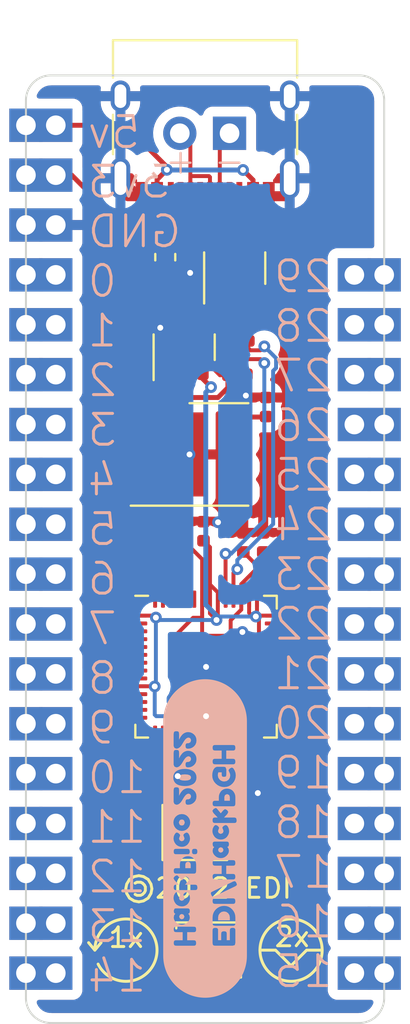
<source format=kicad_pcb>
(kicad_pcb (version 20211014) (generator pcbnew)
  (layers (0 "F.Cu" signal) (31 "B.Cu" signal) (34 "B.Paste" user) (35 "F.Paste" user) (36 "B.SilkS" user "B.Silkscreen") (37 "F.SilkS" user "F.Silkscreen") (38 "B.Mask" user) (39 "F.Mask" user) (44 "Edge.Cuts" user))
  (net 0 "")
  (net 1 "+1V1")
  (net 2 "GND")
  (net 3 "+3V3")
  (net 4 "VBUS")
  (net 5 "XOUT1")
  (net 6 "XIN")
  (net 7 "vUSB")
  (net 8 "D+")
  (net 9 "D-")
  (net 10 "DB+")
  (net 11 "DR+")
  (net 12 "DB-")
  (net 13 "DR-")
  (net 14 "CS")
  (net 15 "~{RESET}")
  (net 16 "XOUT")
  (net 17 "0")
  (net 18 "1")
  (net 19 "2")
  (net 20 "3")
  (net 21 "4")
  (net 22 "5")
  (net 23 "6")
  (net 24 "7")
  (net 25 "8")
  (net 26 "9")
  (net 27 "10")
  (net 28 "11")
  (net 29 "12")
  (net 30 "13")
  (net 31 "14")
  (net 32 "15")
  (net 35 "16")
  (net 36 "17")
  (net 37 "18")
  (net 38 "19")
  (net 39 "20")
  (net 40 "21")
  (net 41 "22")
  (net 42 "23")
  (net 43 "24")
  (net 44 "25")
  (net 45 "26{slash}A0")
  (net 46 "27{slash}A1")
  (net 47 "28{slash}A2")
  (net 48 "29{slash}A3")
  (net 49 "SD3")
  (net 50 "CLOCK")
  (net 51 "SD0")
  (net 52 "SD2")
  (net 53 "SD1")
  (net 54 "Net-(J0-PadB5)")
  (net 56 "Net-(J0-PadA5)")
  (footprint "EDI:CastellatedEdges-15" (layer "F.Cu") (at 121.92 114.3 180)
    (fp_text reference "J2" hide)
    (fp_text value "Block 1 GPIO")
  )
  (footprint "Connector_USB:USB_C_Receptacle_HRO_TYPE-C-31-M-12" (layer "F.Cu") (at 114.3 70.689 180)
    (fp_text reference "J0" hide)
    (fp_text value "USB")
  )
  (footprint "EDI:Passive_0402_1005Metric" (layer "F.Cu") (at 109.66525 85.471 -90)
    (fp_text reference "RF0" hide)
    (fp_text value "1k")
  )
  (footprint "EDI:Passive_0402_1005Metric" (layer "F.Cu") (at 115.4295 104.5985 -90)
    (fp_text reference "C6" hide)
    (fp_text value "100nF")
  )
  (footprint "EDI:Passive_0402_1005Metric" (layer "F.Cu") (at 112.4712 79.87)
    (fp_text reference "CP0" hide)
    (fp_text value "1uf")
  )
  (footprint "EDI:Passive_0402_1005Metric" (layer "F.Cu") (at 116.252 92.3645 90)
    (fp_text reference "C0" hide)
    (fp_text value "1uf")
  )
  (footprint "EDI:Passive_0402_1005Metric" (layer "F.Cu") (at 118.284 92.3645 90)
    (fp_text reference "C9" hide)
    (fp_text value "100nF")
  )
  (footprint "EDI:Passive_0402_1005Metric" (layer "F.Cu") (at 117.41225 85.471 90)
    (fp_text reference "CF0" hide)
    (fp_text value "100nF")
  )
  (footprint "EDI:Passive_0402_1005Metric" (layer "F.Cu") (at 117.9695 104.0905 180)
    (fp_text reference "RR0" hide)
    (fp_text value "1k")
  )
  (footprint "EDI:Passive_0402_1005Metric" (layer "F.Cu") (at 114.22 91.793 90)
    (fp_text reference "C3" hide)
    (fp_text value "100nF")
  )
  (footprint "EDI:Passive_0402_1005Metric" (layer "F.Cu") (at 117.268 92.3645 90)
    (fp_text reference "C10" hide)
    (fp_text value "1uf")
  )
  (footprint "EDI:Passive_0402_1005Metric" (layer "F.Cu") (at 114.4135 104.5985 -90)
    (fp_text reference "RX0" hide)
    (fp_text value "1k")
  )
  (footprint "EDI:CastellatedEdges-18" (layer "F.Cu") (at 106.68 71.12)
    (fp_text reference "J1" hide)
    (fp_text value "Block 0 GPIO")
  )
  (footprint "EDI:Passive_0402_1005Metric" (layer "F.Cu") (at 116.5113 81.61505 -90)
    (fp_text reference "RD1" hide)
    (fp_text value "27.4")
  )
  (footprint "EDI:Passive_0402_1005Metric" (layer "F.Cu") (at 115.951 83.828)
    (fp_text reference "CP1" hide)
    (fp_text value "1uf")
  )
  (footprint "EDI:Passive_0402_1005Metric" (layer "F.Cu") (at 118.9995 95.2415 90)
    (fp_text reference "C8" hide)
    (fp_text value "100nF")
  )
  (footprint "EDI:Passive_0402_1005Metric" (layer "F.Cu") (at 108.8995 99.7215 180)
    (fp_text reference "C5" hide)
    (fp_text value "100nF")
  )
  (footprint "EDI:Passive_0402_1005Metric" (layer "F.Cu") (at 118.048 77.278 -90)
    (fp_text reference "RC0" hide)
    (fp_text value "5k1")
  )
  (footprint "Package_SON:WSON-8-1EP_6x5mm_P1.27mm_EP3.4x4.3mm" (layer "F.Cu") (at 113.507 87.884)
    (fp_text reference "U2" hide)
    (fp_text value "W25Q128JVS")
  )
  (footprint "Crystal:Crystal_SMD_2520-4Pin_2.5x2.0mm" (layer "F.Cu") (at 113.7785 107.1385)
    (fp_text reference "Y0" hide)
    (fp_text value "2TJ412000NYGBC 12MHz")
  )
  (footprint "EDI:Passive_0402_1005Metric" (layer "F.Cu") (at 109.6995 95.2315 90)
    (fp_text reference "C4" hide)
    (fp_text value "100nF")
  )
  (footprint "Package_TO_SOT_SMD:SOT-23" (layer "F.Cu") (at 113.2332 82.423 90)
    (fp_text reference "U1" hide)
    (fp_text value "LDO-3.3")
  )
  (footprint "EDI:Passive_0402_1005Metric" (layer "F.Cu") (at 113.5776 77.278 90)
    (fp_text reference "RC1" hide)
    (fp_text value "5k1")
  )
  (footprint "Button_Switch_SMD:SW_SPST_B3U-1000P" (layer "F.Cu") (at 114.48 113.12)
    (fp_text reference "S1" hide)
    (fp_text value "RESET")
  )
  (footprint "EDI:Passive_0402_1005Metric" (layer "F.Cu") (at 116.0645 106.6305 -90)
    (fp_text reference "CX0" hide)
    (fp_text value "13pf")
  )
  (footprint "EDI:Passive_0402_1005Metric" (layer "F.Cu") (at 116.4455 104.5985 -90)
    (fp_text reference "C2" hide)
    (fp_text value "100nF")
  )
  (footprint "EDI:Passive_0402_1005Metric" (layer "F.Cu") (at 115.4953 81.61505 -90)
    (fp_text reference "RD0" hide)
    (fp_text value "27.4")
  )
  (footprint "Package_TO_SOT_SMD:SOT-23-6" (layer "F.Cu") (at 115.8128 78.3956 90)
    (fp_text reference "U3" hide)
    (fp_text value "USBLC6-2SC6")
  )
  (footprint "Fuse:Fuse_0603_1608Metric" (layer "F.Cu") (at 112.268 77.838 -90)
    (fp_text reference "F0" hide)
    (fp_text value "6v 500ma")
  )
  (footprint "EDI:Passive_0402_1005Metric" (layer "F.Cu") (at 113.204 91.793 90)
    (fp_text reference "C1" hide)
    (fp_text value "100nF")
  )
  (footprint "EDI:Passive_0402_1005Metric" (layer "F.Cu") (at 119.7295 99.7215)
    (fp_text reference "C7" hide)
    (fp_text value "100nF")
  )
  (footprint "EDI:Passive_0402_1005Metric" (layer "F.Cu") (at 111.4925 106.6305 -90)
    (fp_text reference "CX1" hide)
    (fp_text value "13pf")
  )
  (footprint "EDI:RP2040" (layer "F.Cu") (at 114.35 98.693)
    (fp_text reference "U0" hide)
    (fp_text value "RP2040")
  )
  (footprint "Connector_PinSocket_2.54mm:PinSocket_1x02_P2.54mm_Vertical" (layer "B.Cu") (at 115.55 71.528 90)
    (fp_text reference "J3" hide)
    (fp_text value "USB 4-Link")
  )
  (footprint "kibuzzard-62CCA507" (layer "B.Cu") (at 114.3 107.442 90)
    (fp_text reference "kibuzzard-62CCA507" hide)
    (fp_text value "G***" hide)
  )
  (gr_line (start 119.48375 113.13) (end 120.2775 113.13) (layer "F.SilkS") (width 0.15))
  (gr_line (start 117.1025 113.13) (end 117.89625 113.13) (layer "F.SilkS") (width 0.15))
  (gr_line (start 118.69 113.92375) (end 119.48375 113.13) (layer "F.SilkS") (width 0.15))
  (gr_line (start 117.89625 113.13) (end 118.69 113.92375) (layer "F.SilkS") (width 0.15))
  (gr_circle (center 118.69 113.13) (end 118.69 111.5425) (layer "F.SilkS") (width 0.15) (fill none))
  (gr_arc (start 108.6725 113.13) (mid 111.805033 112.765267) (end 108.840097 113.839952) (layer "F.SilkS") (width 0.15))
  (gr_line (start 108.355 112.749) (end 108.6725 113.13) (layer "F.SilkS") (width 0.15))
  (gr_line (start 108.6725 113.13) (end 108.99 112.749) (layer "F.SilkS") (width 0.15))
  (gr_line (start 105.156 115.570001) (end 105.156 69.850001) (layer "Edge.Cuts") (width 0.1))
  (gr_arc (start 106.426 116.840001) (mid 105.527974 116.468027) (end 105.156 115.570001) (layer "Edge.Cuts") (width 0.1))
  (gr_line (start 106.426 116.840001) (end 122.174 116.840001) (layer "Edge.Cuts") (width 0.1))
  (gr_arc (start 123.444 115.570001) (mid 123.072026 116.468027) (end 122.174 116.840001) (layer "Edge.Cuts") (width 0.1))
  (gr_line (start 123.444 69.850001) (end 123.444 115.570001) (layer "Edge.Cuts") (width 0.1))
  (gr_line (start 122.174 68.580001) (end 106.426 68.580001) (layer "Edge.Cuts") (width 0.1))
  (gr_arc (start 105.156 69.850001) (mid 105.527974 68.951975) (end 106.426 68.580001) (layer "Edge.Cuts") (width 0.1))
  (gr_arc (start 122.174 68.580001) (mid 123.072026 68.951975) (end 123.444 69.850001) (layer "Edge.Cuts") (width 0.1))
  (gr_text "5v\n3v3\nGND\n0\n1\n2\n3\n4\n5\n6\n7\n8\n9\n10\n11\n12\n13\n14" (at 108.204 92.964) (layer "B.SilkS") (effects (font (size 1.57 1.57) (thickness 0.153)) (justify right mirror)))
  (gr_text "29\n28\n27\n26\n25\n24\n23\n22\n21\n20\n19\n18\n17\n16\n15" (at 120.904 96.52) (layer "B.SilkS") (effects (font (size 1.57 1.57) (thickness 0.153)) (justify left mirror)))
  (gr_text "2022 EDI" (at 115.236954 109.982) (layer "F.SilkS") (effects (font (size 1 1))))
  (gr_text "1x" (at 110.27 112.49) (layer "F.SilkS") (effects (font (size 1 1) (thickness 0.153))))
  (gr_text "©" (at 110.918954 109.982 180) (layer "F.SilkS") (effects (font (size 1 1))))
  (gr_text "2x" (at 118.74 112.45) (layer "F.SilkS") (effects (font (size 1 1))))
  (segment (start 116.87228 93.46978) (end 116.252 92.8495) (width 0.2) (layer "F.Cu") (net 1))
  (segment (start 114.808 100.267511) (end 112.890289 100.267511) (width 0.2) (layer "F.Cu") (net 1))
  (segment (start 114.95 103.132813) (end 114.95 102.1305) (width 0.2) (layer "F.Cu") (net 1))
  (segment (start 115.403311 97.118489) (end 115.605489 96.916311) (width 0.2) (layer "F.Cu") (net 1))
  (segment (start 114.15 95.9128) (end 114.15 96.9796) (width 0.2) (layer "F.Cu") (net 1))
  (segment (start 115.605489 96.331805) (end 115.823847 96.113447) (width 0.2) (layer "F.Cu") (net 1))
  (segment (start 112.775489 100.152711) (end 112.775489 97.118489) (width 0.2) (layer "F.Cu") (net 1))
  (segment (start 114.95 100.409511) (end 114.808 100.267511) (width 0.2) (layer "F.Cu") (net 1))
  (segment (start 114.15 96.9796) (end 114.288889 97.118489) (width 0.2) (layer "F.Cu") (net 1))
  (segment (start 116.15 94.485994) (end 116.87228 93.763714) (width 0.2) (layer "F.Cu") (net 1))
  (segment (start 114.15 95.2555) (end 114.15 95.9128) (width 0.2) (layer "F.Cu") (net 1))
  (segment (start 115.336167 103.51898) (end 114.95 103.132813) (width 0.2) (layer "F.Cu") (net 1))
  (segment (start 112.775489 97.118489) (end 113.69214 96.201838) (width 0.2) (layer "F.Cu") (net 1))
  (segment (start 116.15 95.787295) (end 116.15 95.2555) (width 0.2) (layer "F.Cu") (net 1))
  (segment (start 114.288889 97.118489) (end 115.403311 97.118489) (width 0.2) (layer "F.Cu") (net 1))
  (segment (start 115.605489 96.916311) (end 115.605489 96.331805) (width 0.2) (layer "F.Cu") (net 1))
  (segment (start 114.15048 95.25502) (end 114.15 95.2555) (width 0.2) (layer "F.Cu") (net 1))
  (segment (start 113.2076 92.278) (end 114.15048 93.22088) (width 0.2) (layer "F.Cu") (net 1))
  (segment (start 113.69214 96.201838) (end 114.15 96.201838) (width 0.2) (layer "F.Cu") (net 1))
  (segment (start 113.204 92.278) (end 113.2076 92.278) (width 0.2) (layer "F.Cu") (net 1))
  (segment (start 116.15 95.2555) (end 116.15 94.485994) (width 0.2) (layer "F.Cu") (net 1))
  (segment (start 115.85098 103.51898) (end 115.336167 103.51898) (width 0.2) (layer "F.Cu") (net 1))
  (segment (start 114.95 102.1305) (end 114.95 100.409511) (width 0.2) (layer "F.Cu") (net 1))
  (segment (start 116.4455 104.1135) (end 115.85098 103.51898) (width 0.2) (layer "F.Cu") (net 1))
  (segment (start 112.890289 100.267511) (end 112.775489 100.152711) (width 0.2) (layer "F.Cu") (net 1))
  (segment (start 114.15 95.9128) (end 114.15 96.201838) (width 0.2) (layer "F.Cu") (net 1))
  (segment (start 115.823847 96.113447) (end 116.15 95.787295) (width 0.2) (layer "F.Cu") (net 1))
  (segment (start 114.15048 93.22088) (end 114.15048 95.25502) (width 0.2) (layer "F.Cu") (net 1))
  (segment (start 116.87228 93.763714) (end 116.87228 93.46978) (width 0.2) (layer "F.Cu") (net 1))
  (segment (start 116.436 83.828) (end 116.436 84.8336) (width 0.2) (layer "F.Cu") (net 2))
  (segment (start 117.56588 78.24512) (end 118.048 77.763) (width 0.25) (layer "F.Cu") (net 2))
  (segment (start 116.482 84.986) (end 116.3828 84.8868) (width 0.2) (layer "F.Cu") (net 2))
  (segment (start 118.9995 92.595) (end 118.284 91.8795) (width 0.2) (layer "F.Cu") (net 2))
  (segment (start 117.41225 84.986) (end 116.482 84.986) (width 0.2) (layer "F.Cu") (net 2))
  (segment (start 110.135 73.819) (end 111.05 74.734) (width 0.25) (layer "F.Cu") (net 2))
  (segment (start 115.5015 91.8795) (end 114.9604 91.3384) (width 0.2) (layer "F.Cu") (net 2))
  (segment (start 114.93 91.308) (end 114.9604 91.3384) (width 0.2) (layer "F.Cu") (net 2))
  (segment (start 113.538 78.6384) (end 113.538 77.8026) (width 0.25) (layer "F.Cu") (net 2))
  (segment (start 115.4295 105.0835) (end 116.9453 105.0835) (width 0.2) (layer "F.Cu") (net 2))
  (segment (start 111.05 79.6048) (end 111.3152 79.87) (width 0.25) (layer "F.Cu") (net 2))
  (segment (start 116.717208 78.24512) (end 117.56588 78.24512) (width 0.25) (layer "F.Cu") (net 2))
  (segment (start 113.507 87.884) (end 113.507 89.885) (width 0.2) (layer "F.Cu") (net 2))
  (segment (start 111.05 74.734) (end 111.05 79.6048) (width 0.25) (layer "F.Cu") (net 2))
  (segment (start 113.538 77.8026) (end 113.5776 77.763) (width 0.25) (layer "F.Cu") (net 2))
  (segment (start 116.436 84.8336) (end 116.3828 84.8868) (width 0.2) (layer "F.Cu") (net 2))
  (segment (start 113.204 91.308) (end 114.93 91.308) (width 0.2) (layer "F.Cu") (net 2))
  (segment (start 109.98 73.819) (end 110.135 73.819) (width 0.25) (layer "F.Cu") (net 2))
  (segment (start 115.8128 79.149528) (end 116.717208 78.24512) (width 0.25) (layer "F.Cu") (net 2))
  (segment (start 118.284 91.8795) (end 115.5015 91.8795) (width 0.2) (layer "F.Cu") (net 2))
  (segment (start 111.3152 79.87) (end 111.9862 79.87) (width 0.25) (layer "F.Cu") (net 2))
  (segment (start 113.35 102.1305) (end 113.35 103.82) (width 0.2) (layer "F.Cu") (net 2))
  (segment (start 113.35 103.82) (end 112.903 104.267) (width 0.2) (layer "F.Cu") (net 2))
  (segment (start 115.8128 79.5331) (end 115.8128 79.149528) (width 0.25) (layer "F.Cu") (net 2))
  (segment (start 118.9995 94.7565) (end 118.9995 92.595) (width 0.2) (layer "F.Cu") (net 2))
  (segment (start 116.9453 105.0835) (end 116.9924 105.1306) (width 0.2) (layer "F.Cu") (net 2))
  (via (at 116.9924 105.1306) (size 0.6) (drill 0.3) (layers "F.Cu" "B.Cu") (net 2))
  (via (at 113.507 87.884) (size 0.6) (drill 0.3) (layers "F.Cu" "B.Cu") (net 2))
  (via (at 112.014 81.4324) (size 0.6) (drill 0.3) (layers "F.Cu" "B.Cu") (net 2))
  (via (at 116.3828 84.8868) (size 0.6) (drill 0.3) (layers "F.Cu" "B.Cu") (net 2))
  (via (at 113.538 78.6384) (size 0.6) (drill 0.3) (layers "F.Cu" "B.Cu") (net 2))
  (via (at 114.9604 91.3384) (size 0.6) (drill 0.3) (layers "F.Cu" "B.Cu") (net 2))
  (via (at 112.903 104.267) (size 0.6) (drill 0.3) (layers "F.Cu" "B.Cu") (net 2))
  (via (at 116.205 96.9264) (size 0.6) (drill 0.3) (layers "F.Cu" "B.Cu") (net 2))
  (via (at 114.3508 98.7044) (size 0.6) (drill 0.3) (layers "F.Cu" "B.Cu") (net 2))
  (segment (start 116.9368 96.093) (end 116.8908 96.139) (width 0.2) (layer "F.Cu") (net 3))
  (segment (start 116.7384 96.139) (end 116.54952 95.95012) (width 0.2) (layer "F.Cu") (net 3))
  (segment (start 114.1832 84.0334) (end 114.6048 84.455) (width 0.25) (layer "F.Cu") (net 3))
  (segment (start 116.54952 95.25598) (end 116.55 95.2555) (width 0.2) (layer "F.Cu") (net 3))
  (segment (start 114.55 94.5094) (end 114.55 92.608) (width 0.2) (layer "F.Cu") (net 3))
  (segment (start 114.95 94.9094) (end 114.55 94.5094) (width 0.2) (layer "F.Cu") (net 3))
  (segment (start 117.7875 99.693) (end 119.216 99.693) (width 0.2) (layer "F.Cu") (net 3))
  (segment (start 118.2878 93.4466) (end 118.2878 92.8533) (width 0.2) (layer "F.Cu") (net 3))
  (segment (start 114.95 96.251) (end 114.8842 96.3168) (width 0.2) (layer "F.Cu") (net 3))
  (segment (start 114.1832 83.3605) (end 113.12118 84.42252) (width 0.25) (layer "F.Cu") (net 3))
  (segment (start 117.2718 93.9292) (end 117.2718 92.8533) (width 0.2) (layer "F.Cu") (net 3))
  (segment (start 114.1832 83.3605) (end 114.1832 84.0334) (width 0.25) (layer "F.Cu") (net 3))
  (segment (start 116.95 94.7844) (end 118.2878 93.4466) (width 0.2) (layer "F.Cu") (net 3))
  (segment (start 115.466 84.4828) (end 115.466 85.238) (width 0.25) (layer "F.Cu") (net 3))
  (segment (start 116.54952 95.95012) (end 116.54952 95.25598) (width 0.2) (layer "F.Cu") (net 3))
  (segment (start 114.55 95.2555) (end 114.55 94.5094) (width 0.2) (layer "F.Cu") (net 3))
  (segment (start 115.466 83.828) (end 115.466 84.4828) (width 0.25) (layer "F.Cu") (net 3))
  (segment (start 116.95 95.2555) (end 116.95 94.7844) (width 0.2) (layer "F.Cu") (net 3))
  (segment (start 113.12118 84.42252) (end 111.936648 84.42252) (width 0.25) (layer "F.Cu") (net 3))
  (segment (start 110.076 96.093) (end 109.6995 95.7165) (width 0.2) (layer "F.Cu") (net 3))
  (segment (start 111.689581 96.093) (end 110.9125 96.093) (width 0.2) (layer "F.Cu") (net 3))
  (segment (start 110.9125 99.693) (end 109.413 99.693) (width 0.2) (layer "F.Cu") (net 3))
  (segment (start 117.05048 99.488735) (end 117.05048 96.29868) (width 0.2) (layer "F.Cu") (net 3))
  (segment (start 117.254745 99.693) (end 117.7875 99.693) (width 0.2) (layer "F.Cu") (net 3))
  (segment (start 114.95 95.2555) (end 114.95 94.9094) (width 0.2) (layer "F.Cu") (net 3))
  (segment (start 116.95 96.0798) (end 116.95 95.2555) (width 0.2) (layer "F.Cu") (net 3))
  (segment (start 114.95 95.2555) (end 114.95 96.251) (width 0.2) (layer "F.Cu") (net 3))
  (segment (start 116.207 85.979) (end 117.38925 85.979) (width 0.25) (layer "F.Cu") (net 3))
  (segment (start 115.4295 104.1135) (end 115.365681 104.1135) (width 0.2) (layer "F.Cu") (net 3))
  (segment (start 111.729539 99.700295) (end 111.722244 99.693) (width 0.2) (layer "F.Cu") (net 3))
  (segment (start 111.936648 84.42252) (end 109.66525 82.151122) (width 0.25) (layer "F.Cu") (net 3))
  (segment (start 117.7875 96.093) (end 116.9368 96.093) (width 0.2) (layer "F.Cu") (net 3))
  (segment (start 114.55 103.297819) (end 114.55 102.1305) (width 0.2) (layer "F.Cu") (net 3))
  (segment (start 117.38925 85.979) (end 117.41225 85.956) (width 0.25) (layer "F.Cu") (net 3))
  (segment (start 117.7875 96.093) (end 118.633 96.093) (width 0.2) (layer "F.Cu") (net 3))
  (segment (start 114.55 92.608) (end 114.22 92.278) (width 0.2) (layer "F.Cu") (net 3))
  (segment (start 114.1832 83.3605) (end 114.6025 83.3605) (width 0.25) (layer "F.Cu") (net 3))
  (segment (start 114.3505 101.214511) (end 114.55 101.414011) (width 0.2) (layer "F.Cu") (net 3))
  (segment (start 117.05048 99.488735) (end 117.254745 99.693) (width 0.2) (layer "F.Cu") (net 3))
  (segment (start 115.365681 104.1135) (end 114.55 103.297819) (width 0.2) (layer "F.Cu") (net 3))
  (segment (start 107.4928 73.66) (end 106.68 73.66) (width 0.25) (layer "F.Cu") (net 3))
  (segment (start 111.789081 96.1925) (end 111.689581 96.093) (width 0.2) (layer "F.Cu") (net 3))
  (segment (start 117.05048 96.29868) (end 116.8908 96.139) (width 0.2) (layer "F.Cu") (net 3))
  (segment (start 109.66525 75.83245) (end 107.4928 73.66) (width 0.25) (layer "F.Cu") (net 3))
  (segment (start 114.9628 84.986) (end 115.466 84.4828) (width 0.25) (layer "F.Cu") (net 3))
  (segment (start 117.2718 92.8533) (end 117.268 92.8495) (width 0.2) (layer "F.Cu") (net 3))
  (segment (start 114.6025 83.3605) (end 115.07 83.828) (width 0.25) (layer "F.Cu") (net 3))
  (segment (start 116.55 95.2555) (end 116.55 94.651) (width 0.2) (layer "F.Cu") (net 3))
  (segment (start 109.66525 84.986) (end 114.9628 84.986) (width 0.25) (layer "F.Cu") (net 3))
  (segment (start 109.413 99.693) (end 109.3845 99.7215) (width 0.2) (layer "F.Cu") (net 3))
  (segment (start 116.8908 96.139) (end 116.7384 96.139) (width 0.2) (layer "F.Cu") (net 3))
  (segment (start 118.633 96.093) (end 118.9995 95.7265) (width 0.2) (layer "F.Cu") (net 3))
  (segment (start 119.216 99.693) (end 119.2445 99.7215) (width 0.2) (layer "F.Cu") (net 3))
  (segment (start 118.2878 92.8533) (end 118.284 92.8495) (width 0.2) (layer "F.Cu") (net 3))
  (segment (start 116.55 94.651) (end 117.2718 93.9292) (width 0.2) (layer "F.Cu") (net 3))
  (segment (start 114.55 95.2555) (end 114.55 95.9826) (width 0.2) (layer "F.Cu") (net 3))
  (segment (start 114.55 95.9826) (end 114.8842 96.3168) (width 0.2) (layer "F.Cu") (net 3))
  (segment (start 116.8908 96.139) (end 116.95 96.0798) (width 0.2) (layer "F.Cu") (net 3))
  (segment (start 111.722244 99.693) (end 110.9125 99.693) (width 0.2) (layer "F.Cu") (net 3))
  (segment (start 115.466 85.238) (end 116.207 85.979) (width 0.25) (layer "F.Cu") (net 3))
  (segment (start 110.9125 96.093) (end 110.076 96.093) (width 0.2) (layer "F.Cu") (net 3))
  (segment (start 115.07 83.828) (end 115.466 83.828) (width 0.25) (layer "F.Cu") (net 3))
  (segment (start 114.55 101.414011) (end 114.55 102.1305) (width 0.2) (layer "F.Cu") (net 3))
  (segment (start 109.66525 82.151122) (end 109.66525 75.83245) (width 0.25) (layer "F.Cu") (net 3))
  (via (at 114.8842 96.3168) (size 0.6) (drill 0.3) (layers "F.Cu" "B.Cu") (net 3))
  (via (at 114.3505 101.214511) (size 0.6) (drill 0.3) (layers "F.Cu" "B.Cu") (net 3))
  (via (at 114.6048 84.455) (size 0.6) (drill 0.3) (layers "F.Cu" "B.Cu") (net 3))
  (via (at 111.729539 99.700295) (size 0.6) (drill 0.3) (layers "F.Cu" "B.Cu") (net 3))
  (via (at 116.8908 96.139) (size 0.6) (drill 0.3) (layers "F.Cu" "B.Cu") (net 3))
  (via (at 111.789081 96.1925) (size 0.6) (drill 0.3) (layers "F.Cu" "B.Cu") (net 3))
  (segment (start 111.729539 99.700295) (end 111.729539 101.137739) (width 0.2) (layer "B.Cu") (net 3))
  (segment (start 114.335889 84.723911) (end 114.335889 95.539889) (width 0.25) (layer "B.Cu") (net 3))
  (segment (start 114.335889 95.539889) (end 114.7572 95.9612) (width 0.25) (layer "B.Cu") (net 3))
  (segment (start 111.913381 96.3168) (end 111.789081 96.1925) (width 0.2) (layer "B.Cu") (net 3))
  (segment (start 111.729539 101.137739) (end 111.806311 101.214511) (width 0.2) (layer "B.Cu") (net 3))
  (segment (start 116.8908 96.139) (end 115.062 96.139) (width 0.2) (layer "B.Cu") (net 3))
  (segment (start 114.7572 95.9612) (end 114.8842 96.0882) (width 0.25) (layer "B.Cu") (net 3))
  (segment (start 114.8842 96.3168) (end 111.913381 96.3168) (width 0.2) (layer "B.Cu") (net 3))
  (segment (start 111.806311 101.214511) (end 114.3505 101.214511) (width 0.2) (layer "B.Cu") (net 3))
  (segment (start 114.6048 84.455) (end 114.335889 84.723911) (width 0.25) (layer "B.Cu") (net 3))
  (segment (start 114.8842 96.0882) (end 114.8842 96.3168) (width 0.25) (layer "B.Cu") (net 3))
  (segment (start 111.789081 99.640753) (end 111.729539 99.700295) (width 0.2) (layer "B.Cu") (net 3))
  (segment (start 111.789081 96.1925) (end 111.789081 99.640753) (width 0.2) (layer "B.Cu") (net 3))
  (segment (start 115.062 96.139) (end 114.8842 96.3168) (width 0.2) (layer "B.Cu") (net 3))
  (segment (start 114.004997 79.054597) (end 114.675194 78.3844) (width 0.25) (layer "F.Cu") (net 4))
  (segment (start 113.3732 79.87) (end 113.792 79.4512) (width 0.25) (layer "F.Cu") (net 4))
  (segment (start 112.9562 80.3934) (end 112.9562 79.87) (width 0.25) (layer "F.Cu") (net 4))
  (segment (start 112.9562 79.3137) (end 112.9562 79.87) (width 0.25) (layer "F.Cu") (net 4))
  (segment (start 114.675194 78.3844) (end 115.070072 78.3844) (width 0.25) (layer "F.Cu") (net 4))
  (segment (start 115.070072 78.3844) (end 115.8128 77.641672) (width 0.25) (layer "F.Cu") (net 4))
  (segment (start 113.2332 81.4855) (end 113.2332 80.6704) (width 0.25) (layer "F.Cu") (net 4))
  (segment (start 113.2332 80.6704) (end 112.9562 80.3934) (width 0.25) (layer "F.Cu") (net 4))
  (segment (start 113.792 79.4512) (end 113.792 79.267593) (width 0.25) (layer "F.Cu") (net 4))
  (segment (start 115.8128 77.641672) (end 115.8128 77.2581) (width 0.25) (layer "F.Cu") (net 4))
  (segment (start 112.268 78.6255) (end 112.9562 79.3137) (width 0.25) (layer "F.Cu") (net 4))
  (segment (start 113.792 79.267593) (end 114.004997 79.054597) (width 0.25) (layer "F.Cu") (net 4))
  (segment (start 112.9562 79.87) (end 113.3732 79.87) (width 0.25) (layer "F.Cu") (net 4))
  (segment (start 114.4135 106.1985) (end 114.6535 106.4385) (width 0.2) (layer "F.Cu") (net 5))
  (segment (start 116.0645 106.1455) (end 114.9465 106.1455) (width 0.2) (layer "F.Cu") (net 5))
  (segment (start 114.9465 106.1455) (end 114.6535 106.4385) (width 0.2) (layer "F.Cu") (net 5))
  (segment (start 114.4135 105.0835) (end 114.4135 106.1985) (width 0.2) (layer "F.Cu") (net 5))
  (segment (start 113.778989 107.238989) (end 113.778989 107.738011) (width 0.2) (layer "F.Cu") (net 6))
  (segment (start 113.75048 105.611458) (end 113.778011 105.638989) (width 0.2) (layer "F.Cu") (net 6))
  (segment (start 113.75 102.8788) (end 113.75 102.1305) (width 0.2) (layer "F.Cu") (net 6))
  (segment (start 113.75048 102.87928) (end 113.75048 105.611458) (width 0.2) (layer "F.Cu") (net 6))
  (segment (start 113.6785 107.8385) (end 113.778989 107.738011) (width 0.2) (layer "F.Cu") (net 6))
  (segment (start 111.4925 107.1155) (end 112.2155 107.8385) (width 0.2) (layer "F.Cu") (net 6))
  (segment (start 112.2155 107.8385) (end 112.9035 107.8385) (width 0.2) (layer "F.Cu") (net 6))
  (segment (start 112.9035 107.8385) (end 113.6785 107.8385) (width 0.2) (layer "F.Cu") (net 6))
  (segment (start 113.75 102.8788) (end 113.75048 102.87928) (width 0.2) (layer "F.Cu") (net 6))
  (segment (start 113.778011 105.638989) (end 113.778011 107.238011) (width 0.2) (layer "F.Cu") (net 6))
  (segment (start 113.778011 107.238011) (end 113.778989 107.238989) (width 0.2) (layer "F.Cu") (net 6))
  (segment (start 116.75 73.909978) (end 116.75 74.734) (width 0.25) (layer "F.Cu") (net 7))
  (segment (start 111.85 73.8875) (end 112.35055 73.38695) (width 0.25) (layer "F.Cu") (net 7))
  (segment (start 116.238211 73.398189) (end 116.75 73.909978) (width 0.25) (layer "F.Cu") (net 7))
  (segment (start 110.230273 71.12) (end 106.68 71.12) (width 0.25) (layer "F.Cu") (net 7))
  (segment (start 111.85 74.734) (end 111.85 73.8875) (width 0.25) (layer "F.Cu") (net 7))
  (segment (start 111.85 76.6325) (end 112.268 77.0505) (width 0.25) (layer "F.Cu") (net 7))
  (segment (start 112.35055 73.240277) (end 110.230273 71.12) (width 0.25) (layer "F.Cu") (net 7))
  (segment (start 111.85 74.734) (end 111.85 76.6325) (width 0.25) (layer "F.Cu") (net 7))
  (segment (start 112.35055 73.38695) (end 112.35055 73.240277) (width 0.25) (layer "F.Cu") (net 7))
  (via (at 112.35055 73.38695) (size 0.6) (drill 0.3) (layers "F.Cu" "B.Cu") (net 7))
  (via (at 116.238211 73.398189) (size 0.6) (drill 0.3) (layers "F.Cu" "B.Cu") (net 7))
  (segment (start 112.361789 73.398189) (end 112.35055 73.38695) (width 0.25) (layer "B.Cu") (net 7))
  (segment (start 116.238211 73.398189) (end 112.361789 73.398189) (width 0.25) (layer "B.Cu") (net 7))
  (segment (start 114.55 73.759978) (end 114.55 74.734) (width 0.2) (layer "F.Cu") (net 8))
  (segment (start 114.8628 77.2581) (end 114.8628 77.126019) (width 0.2) (layer "F.Cu") (net 8))
  (segment (start 113.55 72.068) (end 113.01 71.528) (width 0.2) (layer "F.Cu") (net 8))
  (segment (start 113.55 75.813219) (end 113.55 74.734) (width 0.2) (layer "F.Cu") (net 8))
  (segment (start 113.600489 73.709489) (end 114.499511 73.709489) (width 0.2) (layer "F.Cu") (net 8))
  (segment (start 114.8628 77.126019) (end 113.55 75.813219) (width 0.2) (layer "F.Cu") (net 8))
  (segment (start 113.55 74.734) (end 113.55 72.068) (width 0.2) (layer "F.Cu") (net 8))
  (segment (start 113.55 73.759978) (end 113.600489 73.709489) (width 0.2) (layer "F.Cu") (net 8))
  (segment (start 114.499511 73.709489) (end 114.55 73.759978) (width 0.2) (layer "F.Cu") (net 8))
  (segment (start 113.55 74.734) (end 113.55 73.759978) (width 0.2) (layer "F.Cu") (net 8))
  (segment (start 116.7628 77.2581) (end 116.7628 76.909883) (width 0.2) (layer "F.Cu") (net 9))
  (segment (start 114.05 74.734) (end 114.05 75.708022) (width 0.2) (layer "F.Cu") (net 9))
  (segment (start 114.843089 76.153369) (end 114.843089 75.758511) (width 0.2) (layer "F.Cu") (net 9))
  (segment (start 115.05 74.734) (end 115.05 72.028) (width 0.2) (layer "F.Cu") (net 9))
  (segment (start 116.148997 76.29608) (end 114.9858 76.29608) (width 0.2) (layer "F.Cu") (net 9))
  (segment (start 114.05 75.708022) (end 114.100489 75.758511) (width 0.2) (layer "F.Cu") (net 9))
  (segment (start 116.7628 76.909883) (end 116.148997 76.29608) (width 0.2) (layer "F.Cu") (net 9))
  (segment (start 114.999511 75.758511) (end 115.05 75.708022) (width 0.2) (layer "F.Cu") (net 9))
  (segment (start 114.843089 75.758511) (end 114.999511 75.758511) (width 0.2) (layer "F.Cu") (net 9))
  (segment (start 114.9858 76.29608) (end 114.843089 76.153369) (width 0.2) (layer "F.Cu") (net 9))
  (segment (start 115.05 75.708022) (end 115.05 74.734) (width 0.2) (layer "F.Cu") (net 9))
  (segment (start 114.100489 75.758511) (end 114.843089 75.758511) (width 0.2) (layer "F.Cu") (net 9))
  (segment (start 115.05 72.028) (end 115.55 71.528) (width 0.2) (layer "F.Cu") (net 9))
  (segment (start 115.4953 81.13005) (end 115.4953 80.8497) (width 0.2) (layer "F.Cu") (net 10))
  (segment (start 115.4953 80.8497) (end 114.8628 80.2172) (width 0.2) (layer "F.Cu") (net 10))
  (segment (start 114.8628 80.2172) (end 114.8628 79.5331) (width 0.2) (layer "F.Cu") (net 10))
  (segment (start 117.125338 83.031538) (end 117.325337 83.231537) (width 0.2) (layer "F.Cu") (net 11))
  (segment (start 115.35 94.4204) (end 115.35 95.2555) (width 0.2) (layer "F.Cu") (net 11))
  (segment (start 115.345727 92.942879) (end 115.345727 94.416127) (width 0.2) (layer "F.Cu") (net 11))
  (segment (start 116.426788 83.031538) (end 117.125338 83.031538) (width 0.2) (layer "F.Cu") (net 11))
  (segment (start 115.345727 94.416127) (end 115.35 94.4204) (width 0.2) (layer "F.Cu") (net 11))
  (segment (start 115.4953 82.10005) (end 116.426788 83.031538) (width 0.2) (layer "F.Cu") (net 11))
  (via (at 115.345727 92.942879) (size 0.6) (drill 0.3) (layers "F.Cu" "B.Cu") (net 11))
  (via (at 117.325337 83.231537) (size 0.6) (drill 0.3) (layers "F.Cu" "B.Cu") (net 11))
  (segment (start 117.325337 91.246112) (end 115.62857 92.942879) (width 0.2) (layer "B.Cu") (net 11))
  (segment (start 117.325337 83.231537) (end 117.325337 91.246112) (width 0.2) (layer "B.Cu") (net 11))
  (segment (start 115.62857 92.942879) (end 115.345727 92.942879) (width 0.2) (layer "B.Cu") (net 11))
  (segment (start 116.5113 81.13005) (end 116.5113 80.6943) (width 0.2) (layer "F.Cu") (net 12))
  (segment (start 116.5113 80.6943) (end 116.7628 80.4428) (width 0.2) (layer "F.Cu") (net 12))
  (segment (start 116.7628 80.4428) (end 116.7628 79.5331) (width 0.2) (layer "F.Cu") (net 12))
  (segment (start 116.613183 82.581536) (end 117.125338 82.581536) (width 0.2) (layer "F.Cu") (net 13))
  (segment (start 115.945227 93.726) (end 115.75 93.921227) (width 0.2) (layer "F.Cu") (net 13))
  (segment (start 117.125338 82.581536) (end 117.325337 82.381537) (width 0.2) (layer "F.Cu") (net 13))
  (segment (start 116.5113 82.479653) (end 116.613183 82.581536) (width 0.2) (layer "F.Cu") (net 13))
  (segment (start 115.75 93.921227) (end 115.75 95.2555) (width 0.2) (layer "F.Cu") (net 13))
  (segment (start 116.5113 82.10005) (end 116.5113 82.479653) (width 0.2) (layer "F.Cu") (net 13))
  (via (at 117.325337 82.381537) (size 0.6) (drill 0.3) (layers "F.Cu" "B.Cu") (net 13))
  (via (at 115.945227 93.726) (size 0.6) (drill 0.3) (layers "F.Cu" "B.Cu") (net 13))
  (segment (start 115.945227 93.726) (end 115.945227 93.26262) (width 0.2) (layer "B.Cu") (net 13))
  (segment (start 117.775337 82.833699) (end 117.775337 82.831537) (width 0.2) (layer "B.Cu") (net 13))
  (segment (start 115.945227 93.26262) (end 117.775337 91.43251) (width 0.2) (layer "B.Cu") (net 13))
  (segment (start 117.775337 91.43251) (end 117.775337 83.629375) (width 0.2) (layer "B.Cu") (net 13))
  (segment (start 117.775337 82.831537) (end 117.325337 82.381537) (width 0.2) (layer "B.Cu") (net 13))
  (segment (start 117.775337 83.629375) (end 117.924848 83.479864) (width 0.2) (layer "B.Cu") (net 13))
  (segment (start 117.924848 82.98321) (end 117.775337 82.833699) (width 0.2) (layer "B.Cu") (net 13))
  (segment (start 117.924848 83.479864) (end 117.924848 82.98321) (width 0.2) (layer "B.Cu") (net 13))
  (segment (start 117.616911 111.683089) (end 117.616911 104.871918) (width 0.25) (layer "F.Cu") (net 15))
  (segment (start 116.15 103.252994) (end 116.15 102.1305) (width 0.2) (layer "F.Cu") (net 15))
  (segment (start 116.415986 103.51898) (end 116.15 103.252994) (width 0.2) (layer "F.Cu") (net 15))
  (segment (start 117.4845 104.0905) (end 117.4845 103.996795) (width 0.2) (layer "F.Cu") (net 15))
  (segment (start 117.616911 104.871918) (end 117.506996 104.762003) (width 0.25) (layer "F.Cu") (net 15))
  (segment (start 117.4845 103.996795) (end 117.006685 103.51898) (width 0.2) (layer "F.Cu") (net 15))
  (segment (start 116.18 113.12) (end 117.616911 111.683089) (width 0.25) (layer "F.Cu") (net 15))
  (segment (start 117.506996 104.762003) (end 117.506996 104.112996) (width 0.25) (layer "F.Cu") (net 15))
  (segment (start 117.506996 104.112996) (end 117.4845 104.0905) (width 0.25) (layer "F.Cu") (net 15))
  (segment (start 117.006685 103.51898) (end 116.415986 103.51898) (width 0.2) (layer "F.Cu") (net 15))
  (segment (start 114.15 103.85) (end 114.4135 104.1135) (width 0.2) (layer "F.Cu") (net 16))
  (segment (start 114.15 102.1305) (end 114.15 103.85) (width 0.2) (layer "F.Cu") (net 16))
  (segment (start 112.55 75.7654) (end 112.55 74.734) (width 0.2) (layer "F.Cu") (net 54))
  (segment (start 113.5776 76.793) (end 112.55 75.7654) (width 0.2) (layer "F.Cu") (net 54))
  (segment (start 115.55 75.659) (end 115.78756 75.89656) (width 0.2) (layer "F.Cu") (net 56))
  (segment (start 115.78756 75.89656) (end 116.314483 75.89656) (width 0.2) (layer "F.Cu") (net 56))
  (segment (start 115.55 74.734) (end 115.55 75.659) (width 0.2) (layer "F.Cu") (net 56))
  (segment (start 117.605261 76.272939) (end 118.048 76.715678) (width 0.2) (layer "F.Cu") (net 56))
  (segment (start 116.690862 76.272939) (end 117.605261 76.272939) (width 0.2) (layer "F.Cu") (net 56))
  (segment (start 118.048 76.715678) (end 118.048 76.793) (width 0.2) (layer "F.Cu") (net 56))
  (segment (start 116.314483 75.89656) (end 116.690862 76.272939) (width 0.2) (layer "F.Cu") (net 56))
  (zone (net 2) (net_name "GND") (layers F&B.Cu) (connect_pads (clearance 0.508)) (min_thickness 0.254) (fill yes (thermal_gap 0.508) (thermal_bridge_width 0.508))
    (polygon (pts (xy 124.46 116.84) (xy 104.14 116.84) (xy 104.14 68.58) (xy 124.46 68.58)))
  )
)
</source>
